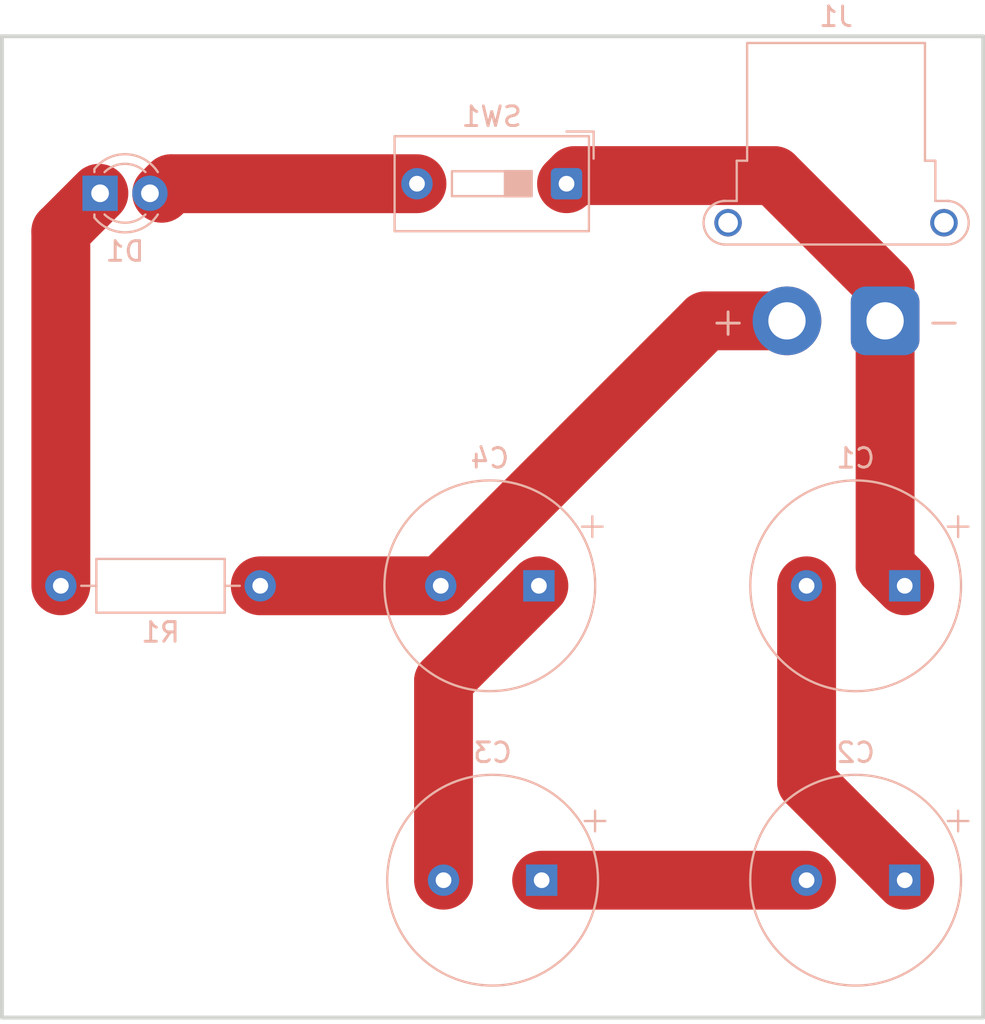
<source format=kicad_pcb>
(kicad_pcb (version 20241229) (generator "pcbnew") (generator_version "9.0")
  (layers (0 "F.Cu" signal) (2 "B.Cu" signal) (13 "F.Paste" user) (15 "B.Paste" user) (5 "F.SilkS" user "F.Silkscreen") (7 "B.SilkS" user "B.Silkscreen") (1 "F.Mask" user) (3 "B.Mask" user) (25 "Edge.Cuts" user))
  (net 0 "")
  (net 1 "Net-(C1-Pad2)")
  (net 2 "+12V")
  (net 3 "Net-(C2-Pad2)")
  (net 4 "Net-(C3-Pad2)")
  (net 5 "GND")
  (net 6 "Net-(D1-A)")
  (net 7 "Net-(D1-K)")
  (footprint "Libraryy:XT30PW-F" (layer "B.Cu") (at 145 64.5 180)
    (property "Reference" "J1" (at 2.5 15.5 0) (layer "B.SilkS") (effects (justify mirror)))
    (property "Value" "Conn_01x02_Pin")
    (fp_line (start 7.56 8.16) (end 7.56 6.11) (stroke (width 0.12)) (layer "B.SilkS"))
    (fp_line (start 7.56 6.11) (end 8.26 6.11) (stroke (width 0.12)) (layer "B.SilkS"))
    (fp_line (start 7.03 14.16) (end 7.03 8.16) (stroke (width 0.12)) (layer "B.SilkS"))
    (fp_line (start 7.03 8.16) (end 7.56 8.16) (stroke (width 0.12)) (layer "B.SilkS"))
    (fp_line (start -2.03 14.16) (end 7 14.16) (stroke (width 0.12)) (layer "B.SilkS"))
    (fp_line (start -2.03 14.16) (end -2.03 8.16) (stroke (width 0.12)) (layer "B.SilkS"))
    (fp_line (start -2.56 8.16) (end -2.03 8.16) (stroke (width 0.12)) (layer "B.SilkS"))
    (fp_line (start -2.56 8.16) (end -2.56 6.11) (stroke (width 0.12)) (layer "B.SilkS"))
    (fp_line (start -3.26 6.11) (end -2.56 6.11) (stroke (width 0.12)) (layer "B.SilkS"))
    (fp_line (start -3.26 3.89) (end 8.26 3.89) (stroke (width 0.12)) (layer "B.SilkS"))
    (fp_arc (start 8.15 3.89) (mid 9.26 5) (end 8.15 6.11) (stroke (width 0.12)) (layer "B.SilkS"))
    (fp_arc (start -3.15 6.11) (mid -4.256653 5.086124) (end -3.321729 3.903365) (stroke (width 0.12)) (layer "B.SilkS"))
    (fp_text user "-" (at -3 0 0) (layer "B.SilkS") (effects (font (size 1.5 1.5)) (justify mirror)))
    (fp_text user "+" (at 8 0 0) (layer "B.SilkS") (effects (font (size 1.5 1.5)) (justify mirror)))
    (pad "" thru_hole circle (at -3 5 90) (size 1.4 1.4) (drill 1) (layers "*.Cu" "*.Mask"))
    (pad "" thru_hole circle (at 8 5 180) (size 1.4 1.4) (drill 1) (layers "*.Cu" "*.Mask"))
    (pad "1" thru_hole roundrect (at 0 0 180) (size 3.5 3.5) (drill 1.9) (layers "*.Cu" "*.Mask") (roundrect_rratio 0.22) (net 2 "+12V"))
    (pad "2" thru_hole circle (at 5 0 180) (size 3.5 3.5) (drill 1.9) (layers "*.Cu" "*.Mask") (net 5 "GND"))
  )
  (footprint "Libraryy:Through Hole Resistor" (layer "B.Cu") (at 103 78)
    (property "Reference" "R1" (at 5.08 2.37 0) (layer "B.SilkS") (effects (justify mirror)))
    (property "Value" "R")
    (fp_line (start 1.04 0) (end 1.81 0) (stroke (width 0.12)) (layer "B.SilkS"))
    (fp_line (start 1.81 -1.37) (end 8.35 -1.37) (stroke (width 0.12)) (layer "B.SilkS"))
    (fp_line (start 1.81 1.37) (end 1.81 -1.37) (stroke (width 0.12)) (layer "B.SilkS"))
    (fp_line (start 8.35 -1.37) (end 8.35 1.37) (stroke (width 0.12)) (layer "B.SilkS"))
    (fp_line (start 8.35 1.37) (end 1.81 1.37) (stroke (width 0.12)) (layer "B.SilkS"))
    (fp_line (start 9.12 0) (end 8.35 0) (stroke (width 0.12)) (layer "B.SilkS"))
    (pad "1" thru_hole circle (at 0 0) (size 1.6 1.6) (drill 0.8) (layers "*.Cu" "*.Mask") (net 7 "Net-(D1-K)"))
    (pad "2" thru_hole oval (at 10.16 0) (size 1.6 1.6) (drill 0.8) (layers "*.Cu" "*.Mask") (net 5 "GND"))
  )
  (footprint "Libraryy:LED Through Hole" (layer "B.Cu") (at 105 58)
    (property "Reference" "D1" (at 1.27 2.96 0) (layer "B.SilkS") (effects (justify mirror)))
    (property "Value" "LED")
    (fp_line (start -0.29 -1.08) (end -0.29 -1.236) (stroke (width 0.12)) (layer "B.SilkS"))
    (fp_line (start -0.29 1.236) (end -0.29 1.08) (stroke (width 0.12)) (layer "B.SilkS"))
    (fp_arc (start -0.29 -1.235516) (mid 1.365624 -1.987701) (end 2.941397 -1.080061) (stroke (width 0.12)) (layer "B.SilkS"))
    (fp_arc (start 0.229039 -1.08) (mid 1.269965 -1.5) (end 2.31091 -1.080049) (stroke (width 0.12)) (layer "B.SilkS"))
    (fp_arc (start 2.31091 1.080049) (mid 1.269965 1.5) (end 0.229039 1.08) (stroke (width 0.12)) (layer "B.SilkS"))
    (fp_arc (start 2.941397 1.080061) (mid 1.365624 1.987701) (end -0.29 1.235516) (stroke (width 0.12)) (layer "B.SilkS"))
    (pad "1" thru_hole rect (at 0 0) (size 1.8 1.8) (drill 0.9) (layers "*.Cu" "*.Mask") (net 7 "Net-(D1-K)"))
    (pad "2" thru_hole circle (at 2.54 0) (size 1.8 1.8) (drill 0.9) (layers "*.Cu" "*.Mask") (net 6 "Net-(D1-A)"))
  )
  (footprint "Libraryy:SPST Through Hole Switch" (layer "B.Cu") (at 128.7675 57.5125 180)
    (property "Reference" "SW1" (at 3.81 3.42 0) (layer "B.SilkS") (effects (justify mirror)))
    (property "Value" "SW_SPST")
    (fp_line (start 8.76 2.42) (end 8.76 -2.42) (stroke (width 0.12)) (layer "B.SilkS"))
    (fp_line (start 3.133333 0.635) (end 3.133333 -0.635) (stroke (width 0.12)) (layer "B.SilkS"))
    (fp_line (start -1.14 2.42) (end 8.76 2.42) (stroke (width 0.12)) (layer "B.SilkS"))
    (fp_line (start -1.14 2.42) (end -1.14 -2.42) (stroke (width 0.12)) (layer "B.SilkS"))
    (fp_line (start -1.14 -2.42) (end 8.76 -2.42) (stroke (width 0.12)) (layer "B.SilkS"))
    (fp_line (start -1.38 2.66) (end 0.003 2.66) (stroke (width 0.12)) (layer "B.SilkS"))
    (fp_line (start -1.38 2.66) (end -1.38 1.277) (stroke (width 0.12)) (layer "B.SilkS"))
    (fp_rect (start 1.78 0.635) (end 5.84 -0.635) (stroke (width 0.12)) (fill no) (layer "B.SilkS"))
    (fp_rect (start 1.78 0.635) (end 3.133333 -0.635) (stroke (width 0.12)) (fill yes) (layer "B.SilkS"))
    (pad "1" thru_hole roundrect (at 0 0 180) (size 1.6 1.6) (drill 0.8) (layers "*.Cu" "*.Mask") (roundrect_rratio 0.15625) (net 2 "+12V"))
    (pad "2" thru_hole circle (at 7.62 0 180) (size 1.6 1.6) (drill 0.8) (layers "*.Cu" "*.Mask") (net 6 "Net-(D1-A)"))
  )
  (footprint "Libraryy:SupeCapacitor Through Hole" (layer "B.Cu") (at 127.358933 78 180)
    (property "Reference" "C4" (at 2.5 6.5 0) (layer "B.SilkS") (effects (justify mirror)))
    (property "Value" "C")
    (fp_line (start -2.722133 3.54) (end -2.722133 2.49) (stroke (width 0.12)) (layer "B.SilkS"))
    (fp_line (start -3.247133 3.015) (end -2.197133 3.015) (stroke (width 0.12)) (layer "B.SilkS"))
    (fp_circle (center 2.5 0) (end 7.87 0) (stroke (width 0.12)) (fill no) (layer "B.SilkS"))
    (pad "1" thru_hole rect (at 0 0 180) (size 1.6 1.6) (drill 0.8) (layers "*.Cu" "*.Mask") (net 4 "Net-(C3-Pad2)"))
    (pad "2" thru_hole circle (at 5 0 180) (size 1.6 1.6) (drill 0.8) (layers "*.Cu" "*.Mask") (net 5 "GND"))
  )
  (footprint "Libraryy:SupeCapacitor Through Hole" (layer "B.Cu") (at 146 78 180)
    (property "Reference" "C1" (at 2.5 6.5 0) (layer "B.SilkS") (effects (justify mirror)))
    (property "Value" "C")
    (fp_line (start -2.722133 3.54) (end -2.722133 2.49) (stroke (width 0.12)) (layer "B.SilkS"))
    (fp_line (start -3.247133 3.015) (end -2.197133 3.015) (stroke (width 0.12)) (layer "B.SilkS"))
    (fp_circle (center 2.5 0) (end 7.87 0) (stroke (width 0.12)) (fill no) (layer "B.SilkS"))
    (pad "1" thru_hole rect (at 0 0 180) (size 1.6 1.6) (drill 0.8) (layers "*.Cu" "*.Mask") (net 2 "+12V"))
    (pad "2" thru_hole circle (at 5 0 180) (size 1.6 1.6) (drill 0.8) (layers "*.Cu" "*.Mask") (net 1 "Net-(C1-Pad2)"))
  )
  (footprint "Libraryy:SupeCapacitor Through Hole" (layer "B.Cu") (at 127.5 93 180)
    (property "Reference" "C3" (at 2.5 6.5 0) (layer "B.SilkS") (effects (justify mirror)))
    (property "Value" "C")
    (fp_line (start -2.722133 3.54) (end -2.722133 2.49) (stroke (width 0.12)) (layer "B.SilkS"))
    (fp_line (start -3.247133 3.015) (end -2.197133 3.015) (stroke (width 0.12)) (layer "B.SilkS"))
    (fp_circle (center 2.5 0) (end 7.87 0) (stroke (width 0.12)) (fill no) (layer "B.SilkS"))
    (pad "1" thru_hole rect (at 0 0 180) (size 1.6 1.6) (drill 0.8) (layers "*.Cu" "*.Mask") (net 3 "Net-(C2-Pad2)"))
    (pad "2" thru_hole circle (at 5 0 180) (size 1.6 1.6) (drill 0.8) (layers "*.Cu" "*.Mask") (net 4 "Net-(C3-Pad2)"))
  )
  (footprint "Libraryy:SupeCapacitor Through Hole" (layer "B.Cu") (at 146 93 180)
    (property "Reference" "C2" (at 2.5 6.5 0) (layer "B.SilkS") (effects (justify mirror)))
    (property "Value" "C")
    (fp_line (start -2.722133 3.54) (end -2.722133 2.49) (stroke (width 0.12)) (layer "B.SilkS"))
    (fp_line (start -3.247133 3.015) (end -2.197133 3.015) (stroke (width 0.12)) (layer "B.SilkS"))
    (fp_circle (center 2.5 0) (end 7.87 0) (stroke (width 0.12)) (fill no) (layer "B.SilkS"))
    (pad "1" thru_hole rect (at 0 0 180) (size 1.6 1.6) (drill 0.8) (layers "*.Cu" "*.Mask") (net 1 "Net-(C1-Pad2)"))
    (pad "2" thru_hole circle (at 5 0 180) (size 1.6 1.6) (drill 0.8) (layers "*.Cu" "*.Mask") (net 3 "Net-(C2-Pad2)"))
  )
  (gr_rect (start 100 50) (end 150 100) (stroke (width 0.2)) (fill no) (layer "Edge.Cuts"))
  (segment (start 141 88) (end 146 93) (width 3) (layer "F.Cu") (net 1))
  (segment (start 141 78) (end 141 88) (width 3) (layer "F.Cu") (net 1))
  (segment (start 128.7675 57.5125) (end 129.181 57.099) (width 3) (layer "F.Cu") (net 2))
  (segment (start 129.181 57.099) (end 139.348999 57.099) (width 3) (layer "F.Cu") (net 2))
  (segment (start 145 62.750001) (end 145 64.5) (width 3) (layer "F.Cu") (net 2))
  (segment (start 139.348999 57.099) (end 145 62.750001) (width 3) (layer "F.Cu") (net 2))
  (segment (start 145 64.5) (end 145 77) (width 3) (layer "F.Cu") (net 2))
  (segment (start 145 77) (end 146 78) (width 3) (layer "F.Cu") (net 2))
  (segment (start 141 93) (end 127.5 93) (width 3) (layer "F.Cu") (net 3))
  (segment (start 122.5 93) (end 122.5 82.858933) (width 3) (layer "F.Cu") (net 4))
  (segment (start 122.5 82.858933) (end 127.358933 78) (width 3) (layer "F.Cu") (net 4))
  (segment (start 122.358933 78) (end 113.16 78) (width 3) (layer "F.Cu") (net 5))
  (segment (start 135.858933 64.5) (end 140 64.5) (width 3) (layer "F.Cu") (net 5))
  (segment (start 122.358933 78) (end 135.858933 64.5) (width 3) (layer "F.Cu") (net 5))
  (segment (start 121.1475 57.5125) (end 108.6275 57.5125) (width 3) (layer "F.Cu") (net 6))
  (segment (start 108.6275 57.5125) (end 108.14 58) (width 3) (layer "F.Cu") (net 6))
  (segment (start 103 59.939) (end 104.939 58) (width 3) (layer "F.Cu") (net 7))
  (segment (start 103 78) (end 103 59.939) (width 3) (layer "F.Cu") (net 7))
)
</source>
